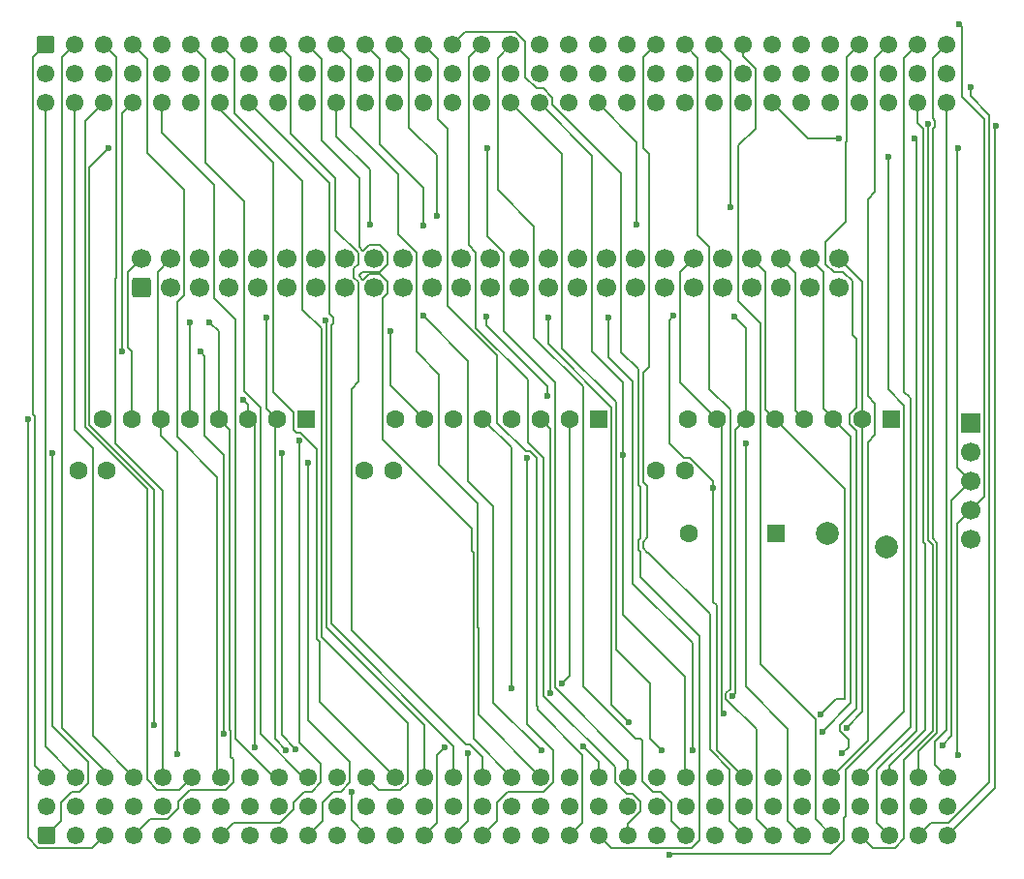
<source format=gbr>
%TF.GenerationSoftware,KiCad,Pcbnew,9.0.6*%
%TF.CreationDate,2025-12-23T22:05:24+01:00*%
%TF.ProjectId,MVME712M_P2_Adapter,4d564d45-3731-4324-9d5f-50325f416461,rev?*%
%TF.SameCoordinates,Original*%
%TF.FileFunction,Copper,L4,Bot*%
%TF.FilePolarity,Positive*%
%FSLAX46Y46*%
G04 Gerber Fmt 4.6, Leading zero omitted, Abs format (unit mm)*
G04 Created by KiCad (PCBNEW 9.0.6) date 2025-12-23 22:05:24*
%MOMM*%
%LPD*%
G01*
G04 APERTURE LIST*
G04 Aperture macros list*
%AMRoundRect*
0 Rectangle with rounded corners*
0 $1 Rounding radius*
0 $2 $3 $4 $5 $6 $7 $8 $9 X,Y pos of 4 corners*
0 Add a 4 corners polygon primitive as box body*
4,1,4,$2,$3,$4,$5,$6,$7,$8,$9,$2,$3,0*
0 Add four circle primitives for the rounded corners*
1,1,$1+$1,$2,$3*
1,1,$1+$1,$4,$5*
1,1,$1+$1,$6,$7*
1,1,$1+$1,$8,$9*
0 Add four rect primitives between the rounded corners*
20,1,$1+$1,$2,$3,$4,$5,0*
20,1,$1+$1,$4,$5,$6,$7,0*
20,1,$1+$1,$6,$7,$8,$9,0*
20,1,$1+$1,$8,$9,$2,$3,0*%
G04 Aperture macros list end*
%TA.AperFunction,ComponentPad*%
%ADD10RoundRect,0.250000X0.600000X-0.600000X0.600000X0.600000X-0.600000X0.600000X-0.600000X-0.600000X0*%
%TD*%
%TA.AperFunction,ComponentPad*%
%ADD11C,1.700000*%
%TD*%
%TA.AperFunction,ComponentPad*%
%ADD12C,2.010000*%
%TD*%
%TA.AperFunction,ComponentPad*%
%ADD13C,1.600000*%
%TD*%
%TA.AperFunction,ComponentPad*%
%ADD14R,1.600000X1.600000*%
%TD*%
%TA.AperFunction,ComponentPad*%
%ADD15R,1.700000X1.700000*%
%TD*%
%TA.AperFunction,ComponentPad*%
%ADD16RoundRect,0.250000X0.550000X0.550000X-0.550000X0.550000X-0.550000X-0.550000X0.550000X-0.550000X0*%
%TD*%
%TA.AperFunction,ComponentPad*%
%ADD17RoundRect,0.249999X-0.525001X-0.525001X0.525001X-0.525001X0.525001X0.525001X-0.525001X0.525001X0*%
%TD*%
%TA.AperFunction,ComponentPad*%
%ADD18C,1.550000*%
%TD*%
%TA.AperFunction,ComponentPad*%
%ADD19RoundRect,0.249999X-0.525001X0.525001X-0.525001X-0.525001X0.525001X-0.525001X0.525001X0.525001X0*%
%TD*%
%TA.AperFunction,ViaPad*%
%ADD20C,0.600000*%
%TD*%
%TA.AperFunction,Conductor*%
%ADD21C,0.200000*%
%TD*%
G04 APERTURE END LIST*
D10*
%TO.P,J3,1,Pin_1*%
%TO.N,GND*%
X54040000Y-60500000D03*
D11*
%TO.P,J3,2,Pin_2*%
%TO.N,DB0*%
X54040000Y-57960000D03*
%TO.P,J3,3,Pin_3*%
%TO.N,GND*%
X56580000Y-60500000D03*
%TO.P,J3,4,Pin_4*%
%TO.N,DB1*%
X56580000Y-57960000D03*
%TO.P,J3,5,Pin_5*%
%TO.N,GND*%
X59120000Y-60500000D03*
%TO.P,J3,6,Pin_6*%
%TO.N,DB2*%
X59120000Y-57960000D03*
%TO.P,J3,7,Pin_7*%
%TO.N,GND*%
X61660000Y-60500000D03*
%TO.P,J3,8,Pin_8*%
%TO.N,DB3*%
X61660000Y-57960000D03*
%TO.P,J3,9,Pin_9*%
%TO.N,GND*%
X64200000Y-60500000D03*
%TO.P,J3,10,Pin_10*%
%TO.N,DB4*%
X64200000Y-57960000D03*
%TO.P,J3,11,Pin_11*%
%TO.N,GND*%
X66740000Y-60500000D03*
%TO.P,J3,12,Pin_12*%
%TO.N,DB5*%
X66740000Y-57960000D03*
%TO.P,J3,13,Pin_13*%
%TO.N,GND*%
X69280000Y-60500000D03*
%TO.P,J3,14,Pin_14*%
%TO.N,DB6*%
X69280000Y-57960000D03*
%TO.P,J3,15,Pin_15*%
%TO.N,GND*%
X71820000Y-60500000D03*
%TO.P,J3,16,Pin_16*%
%TO.N,DB7*%
X71820000Y-57960000D03*
%TO.P,J3,17,Pin_17*%
%TO.N,GND*%
X74360000Y-60500000D03*
%TO.P,J3,18,Pin_18*%
%TO.N,DBP*%
X74360000Y-57960000D03*
%TO.P,J3,19,Pin_19*%
%TO.N,GND*%
X76900000Y-60500000D03*
%TO.P,J3,20,Pin_20*%
X76900000Y-57960000D03*
%TO.P,J3,21,Pin_21*%
X79440000Y-60500000D03*
%TO.P,J3,22,Pin_22*%
X79440000Y-57960000D03*
%TO.P,J3,23,Pin_23*%
X81980000Y-60500000D03*
%TO.P,J3,24,Pin_24*%
X81980000Y-57960000D03*
%TO.P,J3,25,Pin_25*%
%TO.N,unconnected-(J3-Pin_25-Pad25)*%
X84520000Y-60500000D03*
%TO.P,J3,26,Pin_26*%
%TO.N,TERMPWR*%
X84520000Y-57960000D03*
%TO.P,J3,27,Pin_27*%
%TO.N,GND*%
X87060000Y-60500000D03*
%TO.P,J3,28,Pin_28*%
X87060000Y-57960000D03*
%TO.P,J3,29,Pin_29*%
X89600000Y-60500000D03*
%TO.P,J3,30,Pin_30*%
X89600000Y-57960000D03*
%TO.P,J3,31,Pin_31*%
X92140000Y-60500000D03*
%TO.P,J3,32,Pin_32*%
%TO.N,ATN*%
X92140000Y-57960000D03*
%TO.P,J3,33,Pin_33*%
%TO.N,GND*%
X94680000Y-60500000D03*
%TO.P,J3,34,Pin_34*%
X94680000Y-57960000D03*
%TO.P,J3,35,Pin_35*%
X97220000Y-60500000D03*
%TO.P,J3,36,Pin_36*%
%TO.N,BSY*%
X97220000Y-57960000D03*
%TO.P,J3,37,Pin_37*%
%TO.N,GND*%
X99760000Y-60500000D03*
%TO.P,J3,38,Pin_38*%
%TO.N,ACK*%
X99760000Y-57960000D03*
%TO.P,J3,39,Pin_39*%
%TO.N,GND*%
X102300000Y-60500000D03*
%TO.P,J3,40,Pin_40*%
%TO.N,RST*%
X102300000Y-57960000D03*
%TO.P,J3,41,Pin_41*%
%TO.N,GND*%
X104840000Y-60500000D03*
%TO.P,J3,42,Pin_42*%
%TO.N,MSG*%
X104840000Y-57960000D03*
%TO.P,J3,43,Pin_43*%
%TO.N,GND*%
X107380000Y-60500000D03*
%TO.P,J3,44,Pin_44*%
%TO.N,SEL*%
X107380000Y-57960000D03*
%TO.P,J3,45,Pin_45*%
%TO.N,GND*%
X109920000Y-60500000D03*
%TO.P,J3,46,Pin_46*%
%TO.N,D{slash}C*%
X109920000Y-57960000D03*
%TO.P,J3,47,Pin_47*%
%TO.N,GND*%
X112460000Y-60500000D03*
%TO.P,J3,48,Pin_48*%
%TO.N,REQ*%
X112460000Y-57960000D03*
%TO.P,J3,49,Pin_49*%
%TO.N,GND*%
X115000000Y-60500000D03*
%TO.P,J3,50,Pin_50*%
%TO.N,O{slash}I*%
X115000000Y-57960000D03*
%TD*%
D12*
%TO.P,F1,1*%
%TO.N,DPWR*%
X114000000Y-82000000D03*
%TO.P,F1,2*%
%TO.N,TERMPWR*%
X119100000Y-83200000D03*
%TD*%
D13*
%TO.P,C2,1*%
%TO.N,DPWR*%
X76000000Y-76500000D03*
%TO.P,C2,2*%
%TO.N,GND*%
X73500000Y-76500000D03*
%TD*%
D14*
%TO.P,RN2,1,COM1*%
%TO.N,GND*%
X93987000Y-72000000D03*
D13*
%TO.P,RN2,2,R1*%
%TO.N,ACK*%
X91447000Y-72000000D03*
%TO.P,RN2,3,R2*%
%TO.N,BSY*%
X88907000Y-72000000D03*
%TO.P,RN2,4,R3*%
%TO.N,ATN*%
X86367000Y-72000000D03*
%TO.P,RN2,5,R4*%
%TO.N,DBP*%
X83827000Y-72000000D03*
%TO.P,RN2,6,R5*%
%TO.N,DB7*%
X81287000Y-72000000D03*
%TO.P,RN2,7,R6*%
%TO.N,DB6*%
X78747000Y-72000000D03*
%TO.P,RN2,8,COM2*%
%TO.N,DPWR*%
X76207000Y-72000000D03*
%TD*%
%TO.P,C1,1*%
%TO.N,DPWR*%
X51000000Y-76500000D03*
%TO.P,C1,2*%
%TO.N,GND*%
X48500000Y-76500000D03*
%TD*%
%TO.P,C3,1*%
%TO.N,DPWR*%
X101500000Y-76500000D03*
%TO.P,C3,2*%
%TO.N,GND*%
X99000000Y-76500000D03*
%TD*%
D15*
%TO.P,J1,1,Pin_1*%
%TO.N,GND*%
X126500000Y-72340000D03*
D11*
%TO.P,J1,2,Pin_2*%
%TO.N,TXD1*%
X126500000Y-74880000D03*
%TO.P,J1,3,Pin_3*%
%TO.N,RXD1*%
X126500000Y-77420000D03*
%TO.P,J1,4,Pin_4*%
%TO.N,CTS1*%
X126500000Y-79960000D03*
%TO.P,J1,5,Pin_5*%
%TO.N,RTS1*%
X126500000Y-82500000D03*
%TD*%
D14*
%TO.P,RN1,1,COM1*%
%TO.N,GND*%
X119577000Y-72000000D03*
D13*
%TO.P,RN1,2,R1*%
%TO.N,O{slash}I*%
X117037000Y-72000000D03*
%TO.P,RN1,3,R2*%
%TO.N,REQ*%
X114497000Y-72000000D03*
%TO.P,RN1,4,R3*%
%TO.N,D{slash}C*%
X111957000Y-72000000D03*
%TO.P,RN1,5,R4*%
%TO.N,SEL*%
X109417000Y-72000000D03*
%TO.P,RN1,6,R5*%
%TO.N,MSG*%
X106877000Y-72000000D03*
%TO.P,RN1,7,R6*%
%TO.N,RST*%
X104337000Y-72000000D03*
%TO.P,RN1,8,COM2*%
%TO.N,DPWR*%
X101797000Y-72000000D03*
%TD*%
D14*
%TO.P,RN3,1,COM1*%
%TO.N,GND*%
X68397000Y-72000000D03*
D13*
%TO.P,RN3,2,R1*%
%TO.N,DB5*%
X65857000Y-72000000D03*
%TO.P,RN3,3,R2*%
%TO.N,DB4*%
X63317000Y-72000000D03*
%TO.P,RN3,4,R3*%
%TO.N,DB3*%
X60777000Y-72000000D03*
%TO.P,RN3,5,R4*%
%TO.N,DB2*%
X58237000Y-72000000D03*
%TO.P,RN3,6,R5*%
%TO.N,DB1*%
X55697000Y-72000000D03*
%TO.P,RN3,7,R6*%
%TO.N,DB0*%
X53157000Y-72000000D03*
%TO.P,RN3,8,COM2*%
%TO.N,DPWR*%
X50617000Y-72000000D03*
%TD*%
D16*
%TO.P,D1,1,K*%
%TO.N,DPWR*%
X109500000Y-82000000D03*
D13*
%TO.P,D1,2,A*%
%TO.N,VCC*%
X101880000Y-82000000D03*
%TD*%
D17*
%TO.P,P2,a1,Pin_a1*%
%TO.N,DB0*%
X45727000Y-108396000D03*
D18*
%TO.P,P2,a2,Pin_a2*%
%TO.N,DB1*%
X48267000Y-108396000D03*
%TO.P,P2,a3,Pin_a3*%
%TO.N,DB2*%
X50807000Y-108396000D03*
%TO.P,P2,a4,Pin_a4*%
%TO.N,DB3*%
X53347000Y-108396000D03*
%TO.P,P2,a5,Pin_a5*%
%TO.N,DB4*%
X55887000Y-108396000D03*
%TO.P,P2,a6,Pin_a6*%
%TO.N,DB5*%
X58427000Y-108396000D03*
%TO.P,P2,a7,Pin_a7*%
%TO.N,DB6*%
X60967000Y-108396000D03*
%TO.P,P2,a8,Pin_a8*%
%TO.N,DB7*%
X63507000Y-108396000D03*
%TO.P,P2,a9,Pin_a9*%
%TO.N,DBP*%
X66047000Y-108396000D03*
%TO.P,P2,a10,Pin_a10*%
%TO.N,ATN*%
X68587000Y-108396000D03*
%TO.P,P2,a11,Pin_a11*%
%TO.N,BSY*%
X71127000Y-108396000D03*
%TO.P,P2,a12,Pin_a12*%
%TO.N,ACK*%
X73667000Y-108396000D03*
%TO.P,P2,a13,Pin_a13*%
%TO.N,RST*%
X76207000Y-108396000D03*
%TO.P,P2,a14,Pin_a14*%
%TO.N,MSG*%
X78747000Y-108396000D03*
%TO.P,P2,a15,Pin_a15*%
%TO.N,SEL*%
X81287000Y-108396000D03*
%TO.P,P2,a16,Pin_a16*%
%TO.N,D{slash}C*%
X83827000Y-108396000D03*
%TO.P,P2,a17,Pin_a17*%
%TO.N,REQ*%
X86367000Y-108396000D03*
%TO.P,P2,a18,Pin_a18*%
%TO.N,O{slash}I*%
X88907000Y-108396000D03*
%TO.P,P2,a19,Pin_a19*%
%TO.N,TXD3*%
X91447000Y-108396000D03*
%TO.P,P2,a20,Pin_a20*%
%TO.N,RXD3*%
X93987000Y-108396000D03*
%TO.P,P2,a21,Pin_a21*%
%TO.N,RTS3*%
X96527000Y-108396000D03*
%TO.P,P2,a22,Pin_a22*%
%TO.N,CTS3*%
X99067000Y-108396000D03*
%TO.P,P2,a23,Pin_a23*%
%TO.N,DTR3*%
X101607000Y-108396000D03*
%TO.P,P2,a24,Pin_a24*%
%TO.N,DCD3*%
X104147000Y-108396000D03*
%TO.P,P2,a25,Pin_a25*%
%TO.N,TXD4*%
X106687000Y-108396000D03*
%TO.P,P2,a26,Pin_a26*%
%TO.N,RXD4*%
X109227000Y-108396000D03*
%TO.P,P2,a27,Pin_a27*%
%TO.N,RTS4*%
X111767000Y-108396000D03*
%TO.P,P2,a28,Pin_a28*%
%TO.N,TRXC4*%
X114307000Y-108396000D03*
%TO.P,P2,a29,Pin_a29*%
%TO.N,CTS4*%
X116847000Y-108396000D03*
%TO.P,P2,a30,Pin_a30*%
%TO.N,DTR4*%
X119387000Y-108396000D03*
%TO.P,P2,a31,Pin_a31*%
%TO.N,DCD4*%
X121927000Y-108396000D03*
%TO.P,P2,a32,Pin_a32*%
%TO.N,RTXC4*%
X124467000Y-108396000D03*
%TO.P,P2,b1,Pin_b1*%
%TO.N,VCC*%
X45727000Y-105856000D03*
%TO.P,P2,b2,Pin_b2*%
%TO.N,GND*%
X48267000Y-105856000D03*
%TO.P,P2,b3,Pin_b3*%
%TO.N,unconnected-(P2B-Pin_b3-Padb3)*%
X50807000Y-105856000D03*
%TO.P,P2,b4,Pin_b4*%
%TO.N,unconnected-(P2B-Pin_b4-Padb4)*%
X53347000Y-105856000D03*
%TO.P,P2,b5,Pin_b5*%
%TO.N,unconnected-(P2B-Pin_b5-Padb5)*%
X55887000Y-105856000D03*
%TO.P,P2,b6,Pin_b6*%
%TO.N,unconnected-(P2B-Pin_b6-Padb6)*%
X58427000Y-105856000D03*
%TO.P,P2,b7,Pin_b7*%
%TO.N,unconnected-(P2B-Pin_b7-Padb7)*%
X60967000Y-105856000D03*
%TO.P,P2,b8,Pin_b8*%
%TO.N,unconnected-(P2B-Pin_b8-Padb8)*%
X63507000Y-105856000D03*
%TO.P,P2,b9,Pin_b9*%
%TO.N,unconnected-(P2B-Pin_b9-Padb9)*%
X66047000Y-105856000D03*
%TO.P,P2,b10,Pin_b10*%
%TO.N,unconnected-(P2B-Pin_b10-Padb10)*%
X68587000Y-105856000D03*
%TO.P,P2,b11,Pin_b11*%
%TO.N,unconnected-(P2B-Pin_b11-Padb11)*%
X71127000Y-105856000D03*
%TO.P,P2,b12,Pin_b12*%
%TO.N,GND*%
X73667000Y-105856000D03*
%TO.P,P2,b13,Pin_b13*%
%TO.N,VCC*%
X76207000Y-105856000D03*
%TO.P,P2,b14,Pin_b14*%
%TO.N,unconnected-(P2B-Pin_b14-Padb14)*%
X78747000Y-105856000D03*
%TO.P,P2,b15,Pin_b15*%
%TO.N,unconnected-(P2B-Pin_b15-Padb15)*%
X81287000Y-105856000D03*
%TO.P,P2,b16,Pin_b16*%
%TO.N,unconnected-(P2B-Pin_b16-Padb16)*%
X83827000Y-105856000D03*
%TO.P,P2,b17,Pin_b17*%
%TO.N,unconnected-(P2B-Pin_b17-Padb17)*%
X86367000Y-105856000D03*
%TO.P,P2,b18,Pin_b18*%
%TO.N,unconnected-(P2B-Pin_b18-Padb18)*%
X88907000Y-105856000D03*
%TO.P,P2,b19,Pin_b19*%
%TO.N,unconnected-(P2B-Pin_b19-Padb19)*%
X91447000Y-105856000D03*
%TO.P,P2,b20,Pin_b20*%
%TO.N,unconnected-(P2B-Pin_b20-Padb20)*%
X93987000Y-105856000D03*
%TO.P,P2,b21,Pin_b21*%
%TO.N,unconnected-(P2B-Pin_b21-Padb21)*%
X96527000Y-105856000D03*
%TO.P,P2,b22,Pin_b22*%
%TO.N,GND*%
X99067000Y-105856000D03*
%TO.P,P2,b23,Pin_b23*%
%TO.N,unconnected-(P2B-Pin_b23-Padb23)*%
X101607000Y-105856000D03*
%TO.P,P2,b24,Pin_b24*%
%TO.N,unconnected-(P2B-Pin_b24-Padb24)*%
X104147000Y-105856000D03*
%TO.P,P2,b25,Pin_b25*%
%TO.N,unconnected-(P2B-Pin_b25-Padb25)*%
X106687000Y-105856000D03*
%TO.P,P2,b26,Pin_b26*%
%TO.N,unconnected-(P2B-Pin_b26-Padb26)*%
X109227000Y-105856000D03*
%TO.P,P2,b27,Pin_b27*%
%TO.N,unconnected-(P2B-Pin_b27-Padb27)*%
X111767000Y-105856000D03*
%TO.P,P2,b28,Pin_b28*%
%TO.N,unconnected-(P2B-Pin_b28-Padb28)*%
X114307000Y-105856000D03*
%TO.P,P2,b29,Pin_b29*%
%TO.N,unconnected-(P2B-Pin_b29-Padb29)*%
X116847000Y-105856000D03*
%TO.P,P2,b30,Pin_b30*%
%TO.N,unconnected-(P2B-Pin_b30-Padb30)*%
X119387000Y-105856000D03*
%TO.P,P2,b31,Pin_b31*%
%TO.N,GND*%
X121927000Y-105856000D03*
%TO.P,P2,b32,Pin_b32*%
%TO.N,VCC*%
X124467000Y-105856000D03*
%TO.P,P2,c1,Pin_c1*%
%TO.N,C-*%
X45727000Y-103316000D03*
%TO.P,P2,c2,Pin_c2*%
%TO.N,C+*%
X48267000Y-103316000D03*
%TO.P,P2,c3,Pin_c3*%
%TO.N,T-*%
X50807000Y-103316000D03*
%TO.P,P2,c4,Pin_c4*%
%TO.N,T+*%
X53347000Y-103316000D03*
%TO.P,P2,c5,Pin_c5*%
%TO.N,R-*%
X55887000Y-103316000D03*
%TO.P,P2,c6,Pin_c6*%
%TO.N,R+*%
X58427000Y-103316000D03*
%TO.P,P2,c7,Pin_c7*%
%TO.N,+12VF*%
X60967000Y-103316000D03*
%TO.P,P2,c8,Pin_c8*%
%TO.N,PRSTB*%
X63507000Y-103316000D03*
%TO.P,P2,c9,Pin_c9*%
%TO.N,PRD0*%
X66047000Y-103316000D03*
%TO.P,P2,c10,Pin_c10*%
%TO.N,PRD1*%
X68587000Y-103316000D03*
%TO.P,P2,c11,Pin_c11*%
%TO.N,PRD2*%
X71127000Y-103316000D03*
%TO.P,P2,c12,Pin_c12*%
%TO.N,PRD3*%
X73667000Y-103316000D03*
%TO.P,P2,c13,Pin_c13*%
%TO.N,PRD4*%
X76207000Y-103316000D03*
%TO.P,P2,c14,Pin_c14*%
%TO.N,PRD5*%
X78747000Y-103316000D03*
%TO.P,P2,c15,Pin_c15*%
%TO.N,PRD6*%
X81287000Y-103316000D03*
%TO.P,P2,c16,Pin_c16*%
%TO.N,PRD7*%
X83827000Y-103316000D03*
%TO.P,P2,c17,Pin_c17*%
%TO.N,PRACK*%
X86367000Y-103316000D03*
%TO.P,P2,c18,Pin_c18*%
%TO.N,PRBSY*%
X88907000Y-103316000D03*
%TO.P,P2,c19,Pin_c19*%
%TO.N,PRPE*%
X91447000Y-103316000D03*
%TO.P,P2,c20,Pin_c20*%
%TO.N,PRSEL*%
X93987000Y-103316000D03*
%TO.P,P2,c21,Pin_c21*%
%TO.N,INPRIME*%
X96527000Y-103316000D03*
%TO.P,P2,c22,Pin_c22*%
%TO.N,PRFAULT*%
X99067000Y-103316000D03*
%TO.P,P2,c23,Pin_c23*%
%TO.N,TXD1*%
X101607000Y-103316000D03*
%TO.P,P2,c24,Pin_c24*%
%TO.N,RXD1*%
X104147000Y-103316000D03*
%TO.P,P2,c25,Pin_c25*%
%TO.N,RTS1*%
X106687000Y-103316000D03*
%TO.P,P2,c26,Pin_c26*%
%TO.N,CTS1*%
X109227000Y-103316000D03*
%TO.P,P2,c27,Pin_c27*%
%TO.N,TXD2*%
X111767000Y-103316000D03*
%TO.P,P2,c28,Pin_c28*%
%TO.N,RXD2*%
X114307000Y-103316000D03*
%TO.P,P2,c29,Pin_c29*%
%TO.N,RTS2*%
X116847000Y-103316000D03*
%TO.P,P2,c30,Pin_c30*%
%TO.N,CTS2*%
X119387000Y-103316000D03*
%TO.P,P2,c31,Pin_c31*%
%TO.N,DTR2*%
X121927000Y-103316000D03*
%TO.P,P2,c32,Pin_c32*%
%TO.N,DCD2*%
X124467000Y-103316000D03*
%TD*%
D19*
%TO.P,J2,a1,Pin_a1*%
%TO.N,C-*%
X45630000Y-39260000D03*
D18*
%TO.P,J2,a2,Pin_a2*%
%TO.N,T-*%
X48170000Y-39260000D03*
%TO.P,J2,a3,Pin_a3*%
%TO.N,R-*%
X50710000Y-39260000D03*
%TO.P,J2,a4,Pin_a4*%
%TO.N,+12VF*%
X53250000Y-39260000D03*
%TO.P,J2,a5,Pin_a5*%
%TO.N,GND*%
X55790000Y-39260000D03*
%TO.P,J2,a6,Pin_a6*%
%TO.N,PRD1*%
X58330000Y-39260000D03*
%TO.P,J2,a7,Pin_a7*%
%TO.N,PRD3*%
X60870000Y-39260000D03*
%TO.P,J2,a8,Pin_a8*%
%TO.N,PRD5*%
X63410000Y-39260000D03*
%TO.P,J2,a9,Pin_a9*%
%TO.N,PRD7*%
X65950000Y-39260000D03*
%TO.P,J2,a10,Pin_a10*%
%TO.N,PRACK*%
X68490000Y-39260000D03*
%TO.P,J2,a11,Pin_a11*%
%TO.N,PRBSY*%
X71030000Y-39260000D03*
%TO.P,J2,a12,Pin_a12*%
%TO.N,PRSEL*%
X73570000Y-39260000D03*
%TO.P,J2,a13,Pin_a13*%
%TO.N,PRFAULT*%
X76110000Y-39260000D03*
%TO.P,J2,a14,Pin_a14*%
%TO.N,TXD3*%
X78650000Y-39260000D03*
%TO.P,J2,a15,Pin_a15*%
%TO.N,RXD3*%
X81190000Y-39260000D03*
%TO.P,J2,a16,Pin_a16*%
%TO.N,RTS3*%
X83730000Y-39260000D03*
%TO.P,J2,a17,Pin_a17*%
%TO.N,DTR3*%
X86270000Y-39260000D03*
%TO.P,J2,a18,Pin_a18*%
%TO.N,GND*%
X88810000Y-39260000D03*
%TO.P,J2,a19,Pin_a19*%
X91350000Y-39260000D03*
%TO.P,J2,a20,Pin_a20*%
X93890000Y-39260000D03*
%TO.P,J2,a21,Pin_a21*%
%TO.N,CTS1*%
X96430000Y-39260000D03*
%TO.P,J2,a22,Pin_a22*%
%TO.N,TXD4*%
X98970000Y-39260000D03*
%TO.P,J2,a23,Pin_a23*%
%TO.N,RXD4*%
X101510000Y-39260000D03*
%TO.P,J2,a24,Pin_a24*%
%TO.N,RTS4*%
X104050000Y-39260000D03*
%TO.P,J2,a25,Pin_a25*%
%TO.N,TRXC4*%
X106590000Y-39260000D03*
%TO.P,J2,a26,Pin_a26*%
%TO.N,CTS4*%
X109130000Y-39260000D03*
%TO.P,J2,a27,Pin_a27*%
%TO.N,DCD4*%
X111670000Y-39260000D03*
%TO.P,J2,a28,Pin_a28*%
%TO.N,RTXC4*%
X114210000Y-39260000D03*
%TO.P,J2,a29,Pin_a29*%
%TO.N,TXD2*%
X116750000Y-39260000D03*
%TO.P,J2,a30,Pin_a30*%
%TO.N,RXD2*%
X119290000Y-39260000D03*
%TO.P,J2,a31,Pin_a31*%
%TO.N,RTS2*%
X121830000Y-39260000D03*
%TO.P,J2,a32,Pin_a32*%
%TO.N,DTR2*%
X124370000Y-39260000D03*
%TO.P,J2,b1,Pin_b1*%
%TO.N,unconnected-(J2B-Pin_b1-Padb1)*%
X45630000Y-41800000D03*
%TO.P,J2,b2,Pin_b2*%
%TO.N,unconnected-(J2B-Pin_b2-Padb2)*%
X48170000Y-41800000D03*
%TO.P,J2,b3,Pin_b3*%
%TO.N,unconnected-(J2B-Pin_b3-Padb3)*%
X50710000Y-41800000D03*
%TO.P,J2,b4,Pin_b4*%
%TO.N,unconnected-(J2B-Pin_b4-Padb4)*%
X53250000Y-41800000D03*
%TO.P,J2,b5,Pin_b5*%
%TO.N,unconnected-(J2B-Pin_b5-Padb5)*%
X55790000Y-41800000D03*
%TO.P,J2,b6,Pin_b6*%
%TO.N,unconnected-(J2B-Pin_b6-Padb6)*%
X58330000Y-41800000D03*
%TO.P,J2,b7,Pin_b7*%
%TO.N,unconnected-(J2B-Pin_b7-Padb7)*%
X60870000Y-41800000D03*
%TO.P,J2,b8,Pin_b8*%
%TO.N,unconnected-(J2B-Pin_b8-Padb8)*%
X63410000Y-41800000D03*
%TO.P,J2,b9,Pin_b9*%
%TO.N,unconnected-(J2B-Pin_b9-Padb9)*%
X65950000Y-41800000D03*
%TO.P,J2,b10,Pin_b10*%
%TO.N,unconnected-(J2B-Pin_b10-Padb10)*%
X68490000Y-41800000D03*
%TO.P,J2,b11,Pin_b11*%
%TO.N,unconnected-(J2B-Pin_b11-Padb11)*%
X71030000Y-41800000D03*
%TO.P,J2,b12,Pin_b12*%
%TO.N,unconnected-(J2B-Pin_b12-Padb12)*%
X73570000Y-41800000D03*
%TO.P,J2,b13,Pin_b13*%
%TO.N,unconnected-(J2B-Pin_b13-Padb13)*%
X76110000Y-41800000D03*
%TO.P,J2,b14,Pin_b14*%
%TO.N,unconnected-(J2B-Pin_b14-Padb14)*%
X78650000Y-41800000D03*
%TO.P,J2,b15,Pin_b15*%
%TO.N,unconnected-(J2B-Pin_b15-Padb15)*%
X81190000Y-41800000D03*
%TO.P,J2,b16,Pin_b16*%
%TO.N,unconnected-(J2B-Pin_b16-Padb16)*%
X83730000Y-41800000D03*
%TO.P,J2,b17,Pin_b17*%
%TO.N,unconnected-(J2B-Pin_b17-Padb17)*%
X86270000Y-41800000D03*
%TO.P,J2,b18,Pin_b18*%
%TO.N,unconnected-(J2B-Pin_b18-Padb18)*%
X88810000Y-41800000D03*
%TO.P,J2,b19,Pin_b19*%
%TO.N,unconnected-(J2B-Pin_b19-Padb19)*%
X91350000Y-41800000D03*
%TO.P,J2,b20,Pin_b20*%
%TO.N,unconnected-(J2B-Pin_b20-Padb20)*%
X93890000Y-41800000D03*
%TO.P,J2,b21,Pin_b21*%
%TO.N,unconnected-(J2B-Pin_b21-Padb21)*%
X96430000Y-41800000D03*
%TO.P,J2,b22,Pin_b22*%
%TO.N,unconnected-(J2B-Pin_b22-Padb22)*%
X98970000Y-41800000D03*
%TO.P,J2,b23,Pin_b23*%
%TO.N,unconnected-(J2B-Pin_b23-Padb23)*%
X101510000Y-41800000D03*
%TO.P,J2,b24,Pin_b24*%
%TO.N,unconnected-(J2B-Pin_b24-Padb24)*%
X104050000Y-41800000D03*
%TO.P,J2,b25,Pin_b25*%
%TO.N,unconnected-(J2B-Pin_b25-Padb25)*%
X106590000Y-41800000D03*
%TO.P,J2,b26,Pin_b26*%
%TO.N,unconnected-(J2B-Pin_b26-Padb26)*%
X109130000Y-41800000D03*
%TO.P,J2,b27,Pin_b27*%
%TO.N,unconnected-(J2B-Pin_b27-Padb27)*%
X111670000Y-41800000D03*
%TO.P,J2,b28,Pin_b28*%
%TO.N,unconnected-(J2B-Pin_b28-Padb28)*%
X114210000Y-41800000D03*
%TO.P,J2,b29,Pin_b29*%
%TO.N,unconnected-(J2B-Pin_b29-Padb29)*%
X116750000Y-41800000D03*
%TO.P,J2,b30,Pin_b30*%
%TO.N,unconnected-(J2B-Pin_b30-Padb30)*%
X119290000Y-41800000D03*
%TO.P,J2,b31,Pin_b31*%
%TO.N,unconnected-(J2B-Pin_b31-Padb31)*%
X121830000Y-41800000D03*
%TO.P,J2,b32,Pin_b32*%
%TO.N,unconnected-(J2B-Pin_b32-Padb32)*%
X124370000Y-41800000D03*
%TO.P,J2,c1,Pin_c1*%
%TO.N,C+*%
X45630000Y-44340000D03*
%TO.P,J2,c2,Pin_c2*%
%TO.N,T+*%
X48170000Y-44340000D03*
%TO.P,J2,c3,Pin_c3*%
%TO.N,R+*%
X50710000Y-44340000D03*
%TO.P,J2,c4,Pin_c4*%
%TO.N,PRSTB*%
X53250000Y-44340000D03*
%TO.P,J2,c5,Pin_c5*%
%TO.N,PRD0*%
X55790000Y-44340000D03*
%TO.P,J2,c6,Pin_c6*%
%TO.N,PRD2*%
X58330000Y-44340000D03*
%TO.P,J2,c7,Pin_c7*%
%TO.N,PRD4*%
X60870000Y-44340000D03*
%TO.P,J2,c8,Pin_c8*%
%TO.N,PRD6*%
X63410000Y-44340000D03*
%TO.P,J2,c9,Pin_c9*%
%TO.N,GND*%
X65950000Y-44340000D03*
%TO.P,J2,c10,Pin_c10*%
X68490000Y-44340000D03*
%TO.P,J2,c11,Pin_c11*%
%TO.N,PRPE*%
X71030000Y-44340000D03*
%TO.P,J2,c12,Pin_c12*%
%TO.N,INPRIME*%
X73570000Y-44340000D03*
%TO.P,J2,c13,Pin_c13*%
%TO.N,GND*%
X76110000Y-44340000D03*
%TO.P,J2,c14,Pin_c14*%
X78650000Y-44340000D03*
%TO.P,J2,c15,Pin_c15*%
X81190000Y-44340000D03*
%TO.P,J2,c16,Pin_c16*%
%TO.N,CTS3*%
X83730000Y-44340000D03*
%TO.P,J2,c17,Pin_c17*%
%TO.N,DCD3*%
X86270000Y-44340000D03*
%TO.P,J2,c18,Pin_c18*%
%TO.N,TXD1*%
X88810000Y-44340000D03*
%TO.P,J2,c19,Pin_c19*%
%TO.N,RXD1*%
X91350000Y-44340000D03*
%TO.P,J2,c20,Pin_c20*%
%TO.N,RTS1*%
X93890000Y-44340000D03*
%TO.P,J2,c21,Pin_c21*%
%TO.N,GND*%
X96430000Y-44340000D03*
%TO.P,J2,c22,Pin_c22*%
X98970000Y-44340000D03*
%TO.P,J2,c23,Pin_c23*%
X101510000Y-44340000D03*
%TO.P,J2,c24,Pin_c24*%
X104050000Y-44340000D03*
%TO.P,J2,c25,Pin_c25*%
X106590000Y-44340000D03*
%TO.P,J2,c26,Pin_c26*%
%TO.N,DTR4*%
X109130000Y-44340000D03*
%TO.P,J2,c27,Pin_c27*%
%TO.N,GND*%
X111670000Y-44340000D03*
%TO.P,J2,c28,Pin_c28*%
X114210000Y-44340000D03*
%TO.P,J2,c29,Pin_c29*%
X116750000Y-44340000D03*
%TO.P,J2,c30,Pin_c30*%
X119290000Y-44340000D03*
%TO.P,J2,c31,Pin_c31*%
%TO.N,CTS2*%
X121830000Y-44340000D03*
%TO.P,J2,c32,Pin_c32*%
%TO.N,DCD2*%
X124370000Y-44340000D03*
%TD*%
D20*
%TO.N,TERMPWR*%
X89500000Y-70000000D03*
X84175400Y-63000000D03*
%TO.N,INPRIME*%
X84211100Y-48266000D03*
%TO.N,CTS3*%
X100179800Y-110092500D03*
X119306200Y-49058600D03*
%TO.N,DCD4*%
X126500000Y-43000000D03*
%TO.N,TXD2*%
X115250000Y-101250000D03*
%TO.N,RXD1*%
X125373500Y-48266000D03*
X124000000Y-100500000D03*
%TO.N,CTS1*%
X125500000Y-37500000D03*
X125397700Y-101394500D03*
%TO.N,RTS1*%
X104000000Y-78000000D03*
X100522500Y-62979700D03*
X97305000Y-55000000D03*
%TO.N,PRD5*%
X70130200Y-63369800D03*
%TO.N,DCD3*%
X99500000Y-101000000D03*
%TO.N,CTS4*%
X122770000Y-46164900D03*
%TO.N,RTXC4*%
X128719500Y-46365600D03*
%TO.N,PRFAULT*%
X79805200Y-54206800D03*
X102155300Y-101000000D03*
X94846000Y-63118000D03*
%TO.N,PRPE*%
X73974700Y-55000000D03*
X89000000Y-101000000D03*
X78629100Y-62974700D03*
%TO.N,DTR4*%
X115000000Y-47473400D03*
X121557400Y-47473400D03*
%TO.N,PRSEL*%
X96603100Y-98490200D03*
X78690200Y-55067700D03*
X92621900Y-100608300D03*
X89545600Y-63118000D03*
%TO.N,TXD1*%
X96092200Y-75108600D03*
%TO.N,PRD2*%
X55123400Y-98762800D03*
X51179000Y-48266000D03*
%TO.N,PRSTB*%
X61245500Y-99555400D03*
X59162700Y-66088400D03*
X52331300Y-66088400D03*
%TO.N,RTS4*%
X106830100Y-74147200D03*
X105500000Y-53500000D03*
%TO.N,DB3*%
X59948600Y-63500000D03*
%TO.N,ACK*%
X90729900Y-95126200D03*
X72357100Y-104642900D03*
%TO.N,MSG*%
X80509500Y-100673500D03*
X105862600Y-63000000D03*
X105702800Y-96208300D03*
%TO.N,DB7*%
X66323500Y-74999600D03*
X67514600Y-100835400D03*
%TO.N,ATN*%
X68582500Y-75792200D03*
%TO.N,DB1*%
X57110000Y-101272600D03*
%TO.N,DB2*%
X58237000Y-63500000D03*
X44086400Y-72029200D03*
%TO.N,O{slash}I*%
X115650000Y-99000000D03*
%TO.N,BSY*%
X89726400Y-95936800D03*
%TO.N,REQ*%
X113504900Y-99349500D03*
%TO.N,DBP*%
X86327100Y-95531500D03*
%TO.N,D{slash}C*%
X87706700Y-75435200D03*
%TO.N,DB5*%
X64910800Y-63118000D03*
X66644700Y-100921400D03*
%TO.N,DB6*%
X75790300Y-64318700D03*
X67811100Y-73900300D03*
%TO.N,DB0*%
X46209200Y-74999600D03*
%TO.N,RST*%
X104896700Y-97711700D03*
%TO.N,DB4*%
X62907300Y-70355100D03*
X63902000Y-100717000D03*
%TO.N,SEL*%
X113389100Y-97870200D03*
X82542838Y-101205051D03*
%TD*%
D21*
%TO.N,TERMPWR*%
X84175400Y-63000000D02*
X84175400Y-63800000D01*
X89500000Y-69124600D02*
X89500000Y-70000000D01*
X84175400Y-63800000D02*
X89500000Y-69124600D01*
%TO.N,PRD6*%
X70780200Y-63100561D02*
X70431700Y-62752061D01*
X81287000Y-100600100D02*
X70595100Y-89908200D01*
X70780200Y-63639039D02*
X70780200Y-63100561D01*
X70595100Y-89908200D02*
X70595100Y-63824139D01*
X81287000Y-103316000D02*
X81287000Y-100600100D01*
X70431700Y-51361700D02*
X63410000Y-44340000D01*
X70595100Y-63824139D02*
X70780200Y-63639039D01*
X70431700Y-62752061D02*
X70431700Y-51361700D01*
%TO.N,TRXC4*%
X106589900Y-40277400D02*
X106590000Y-40277400D01*
X107666000Y-41353500D02*
X106589900Y-40277400D01*
X106194700Y-61700200D02*
X106194700Y-48074200D01*
X107701200Y-42280894D02*
X107666000Y-42245694D01*
X108129800Y-63635300D02*
X106194700Y-61700200D01*
X114307000Y-108396000D02*
X112903200Y-106992200D01*
X112903200Y-106992200D02*
X112903200Y-98235200D01*
X108129800Y-93461800D02*
X108129800Y-63635300D01*
X106590000Y-40277400D02*
X106590000Y-39260000D01*
X107701200Y-46567700D02*
X107701200Y-42280894D01*
X112903200Y-98235200D02*
X108129800Y-93461800D01*
X107666000Y-42245694D02*
X107666000Y-41353500D01*
X106194700Y-48074200D02*
X107701200Y-46567700D01*
%TO.N,INPRIME*%
X90128100Y-68766400D02*
X85671700Y-64310000D01*
X96527000Y-103316000D02*
X96527000Y-101886500D01*
X85671700Y-57482900D02*
X84211100Y-56022300D01*
X85671700Y-64310000D02*
X85671700Y-57482900D01*
X96527000Y-101886500D02*
X90128100Y-95487600D01*
X90128100Y-95487600D02*
X90128100Y-68766400D01*
X84211100Y-56022300D02*
X84211100Y-48266000D01*
%TO.N,RTS3*%
X87768800Y-74076000D02*
X89124700Y-75431900D01*
X96973100Y-104779300D02*
X97603700Y-105409900D01*
X96527000Y-107378700D02*
X96527000Y-108396000D01*
X83250100Y-64008600D02*
X87768800Y-68527300D01*
X97603700Y-105409900D02*
X97603700Y-106302100D01*
X96527100Y-107378700D02*
X96527000Y-107378700D01*
X95382000Y-102443200D02*
X95382000Y-103746000D01*
X83250100Y-57405100D02*
X83250100Y-64008600D01*
X96415300Y-104779300D02*
X96973100Y-104779300D01*
X87768800Y-68527300D02*
X87768800Y-74076000D01*
X97603700Y-106302100D02*
X96527100Y-107378700D01*
X83730000Y-39260000D02*
X82645200Y-40344800D01*
X82645200Y-56800200D02*
X83250100Y-57405100D01*
X89124700Y-96185900D02*
X95382000Y-102443200D01*
X95382000Y-103746000D02*
X96415300Y-104779300D01*
X89124700Y-75431900D02*
X89124700Y-96185900D01*
X82645200Y-40344800D02*
X82645200Y-56800200D01*
%TO.N,CTS3*%
X100272300Y-110000000D02*
X114224694Y-110000000D01*
X115577000Y-106692600D02*
X115577000Y-102638500D01*
X114224694Y-110000000D02*
X115383000Y-108841694D01*
X120678700Y-97536800D02*
X120678700Y-70792900D01*
X120678700Y-70792900D02*
X119306200Y-69420400D01*
X115383000Y-108841694D02*
X115383000Y-106886600D01*
X119306200Y-69420400D02*
X119306200Y-49058600D01*
X115383000Y-106886600D02*
X115577000Y-106692600D01*
X115577000Y-102638500D02*
X120678700Y-97536800D01*
X100179800Y-110092500D02*
X100272300Y-110000000D01*
%TO.N,RXD2*%
X114307000Y-103316000D02*
X117500000Y-100123000D01*
X117500000Y-70000000D02*
X117500000Y-52795400D01*
X117500000Y-52795400D02*
X118146500Y-52148900D01*
X118146500Y-52148900D02*
X118146500Y-40403500D01*
X118138000Y-73362000D02*
X118138000Y-70638000D01*
X118146500Y-40403500D02*
X119290000Y-39260000D01*
X117500000Y-74000000D02*
X118138000Y-73362000D01*
X117500000Y-100123000D02*
X117500000Y-74000000D01*
X118138000Y-70638000D02*
X117500000Y-70000000D01*
%TO.N,DTR2*%
X123171700Y-82452300D02*
X123549500Y-82830100D01*
X123171700Y-82452300D02*
X123171700Y-46614100D01*
X121927000Y-101088076D02*
X123549500Y-99465576D01*
X123171700Y-46614100D02*
X123371700Y-46414100D01*
X121927000Y-103316000D02*
X121927000Y-101088076D01*
X123371700Y-45915700D02*
X123171600Y-45715600D01*
X123371700Y-46414100D02*
X123371700Y-45915700D01*
X123171600Y-45715600D02*
X123171600Y-40458400D01*
X123549500Y-99465576D02*
X123549500Y-82830100D01*
X123171600Y-40458400D02*
X124370000Y-39260000D01*
%TO.N,DCD4*%
X126500000Y-43000000D02*
X126500000Y-43764000D01*
X128119500Y-45383500D02*
X128119500Y-103728700D01*
X128119500Y-103728700D02*
X124552000Y-107296200D01*
X124552000Y-107296200D02*
X123026800Y-107296200D01*
X123026800Y-107296200D02*
X121927000Y-108396000D01*
X126500000Y-43764000D02*
X128119500Y-45383500D01*
%TO.N,R+*%
X50710000Y-44340000D02*
X49079400Y-45970600D01*
X49079400Y-45970600D02*
X49079400Y-72670800D01*
X54521700Y-103542800D02*
X55387200Y-104408300D01*
X57334700Y-104408300D02*
X58427000Y-103316000D01*
X49079400Y-72670800D02*
X54521700Y-78113100D01*
X55387200Y-104408300D02*
X57334700Y-104408300D01*
X54521700Y-78113100D02*
X54521700Y-103542800D01*
%TO.N,PRD4*%
X67295300Y-72925000D02*
X67295300Y-71402900D01*
X69353900Y-91251700D02*
X69353900Y-74592200D01*
X76207000Y-103316000D02*
X69592300Y-96701300D01*
X65550500Y-69658100D02*
X65550500Y-49564000D01*
X67295300Y-71402900D02*
X65550500Y-69658100D01*
X69353900Y-74592200D02*
X67923600Y-73161900D01*
X65550500Y-49564000D02*
X60870000Y-44883500D01*
X69353900Y-91251700D02*
X69592300Y-91490100D01*
X69592300Y-96701300D02*
X69592300Y-91490100D01*
X67923600Y-73161900D02*
X67532200Y-73161900D01*
X67532200Y-73161900D02*
X67295300Y-72925000D01*
%TO.N,DCD2*%
X123350000Y-102199000D02*
X124467000Y-103316000D01*
X124370000Y-44340000D02*
X124370000Y-99210761D01*
X123350000Y-100230761D02*
X123350000Y-102199000D01*
X124370000Y-99210761D02*
X123350000Y-100230761D01*
%TO.N,+12VF*%
X53250000Y-39260000D02*
X54520000Y-40530000D01*
X57125800Y-73550500D02*
X60643800Y-77068500D01*
X57744600Y-61178100D02*
X57125800Y-61796900D01*
X57744600Y-51917100D02*
X57744600Y-61178100D01*
X54520000Y-48692500D02*
X57744600Y-51917100D01*
X57125800Y-61796900D02*
X57125800Y-73550500D01*
X54520000Y-40530000D02*
X54520000Y-48692500D01*
X60643800Y-77068500D02*
X60643800Y-102992800D01*
%TO.N,PRD1*%
X58330000Y-39260000D02*
X59600000Y-40530000D01*
X59600000Y-40530000D02*
X59600000Y-49536500D01*
X64418700Y-71015600D02*
X64418700Y-99546200D01*
X62985300Y-69582200D02*
X64418700Y-71015600D01*
X62985300Y-52921800D02*
X62985300Y-69582200D01*
X64418700Y-99546200D02*
X68188500Y-103316000D01*
X59600000Y-49536500D02*
X62985300Y-52921800D01*
%TO.N,PRD0*%
X62215300Y-99106300D02*
X62215300Y-63276700D01*
X62248900Y-99916300D02*
X62248900Y-99139900D01*
X62215300Y-63276700D02*
X60390000Y-61451400D01*
X55790000Y-46908400D02*
X55790000Y-44340000D01*
X60390000Y-61451400D02*
X60390000Y-51508400D01*
X62248900Y-99139900D02*
X62215300Y-99106300D01*
X60390000Y-51508400D02*
X55790000Y-46908400D01*
X65648600Y-103316000D02*
X62248900Y-99916300D01*
%TO.N,TXD2*%
X116500000Y-64961000D02*
X116500000Y-70979950D01*
X115581000Y-54737300D02*
X113828500Y-56489800D01*
X116500000Y-73020050D02*
X116500000Y-97300057D01*
X115936000Y-72456050D02*
X116500000Y-73020050D01*
X115049000Y-98751057D02*
X115049000Y-99248943D01*
X116154500Y-59941000D02*
X116154500Y-64615500D01*
X116500000Y-70979950D02*
X115936000Y-71543950D01*
X116154500Y-64615500D02*
X116500000Y-64961000D01*
X115581000Y-47811639D02*
X115581000Y-54737300D01*
X115325200Y-59111700D02*
X116154500Y-59941000D01*
X115650000Y-47742639D02*
X115581000Y-47811639D01*
X113828500Y-56489800D02*
X113828500Y-58422500D01*
X116500000Y-97300057D02*
X115049000Y-98751057D01*
X116750000Y-39260000D02*
X115650000Y-40360000D01*
X115936000Y-71543950D02*
X115936000Y-72456050D01*
X115049000Y-99248943D02*
X115800057Y-100000000D01*
X115800057Y-100000000D02*
X115800057Y-100699943D01*
X113828500Y-58422500D02*
X114517700Y-59111700D01*
X114517700Y-59111700D02*
X115325200Y-59111700D01*
X115800057Y-100699943D02*
X115250000Y-101250000D01*
X115650000Y-40360000D02*
X115650000Y-47742639D01*
%TO.N,RXD1*%
X125303800Y-48335700D02*
X125303800Y-76223800D01*
X126500000Y-77420000D02*
X124780600Y-79139400D01*
X125373500Y-48266000D02*
X125303800Y-48335700D01*
X124780600Y-79139400D02*
X124780600Y-99719400D01*
X124780600Y-99719400D02*
X124000000Y-100500000D01*
X125303800Y-76223800D02*
X126500000Y-77420000D01*
X125274900Y-48266000D02*
X125373500Y-48266000D01*
%TO.N,TXD3*%
X88610500Y-97091300D02*
X88610500Y-97447700D01*
X88610500Y-97091300D02*
X88550300Y-97031100D01*
X85097000Y-66423600D02*
X85097000Y-72321900D01*
X79920000Y-40530000D02*
X79920000Y-45728900D01*
X80811900Y-62138500D02*
X85097000Y-66423600D01*
X87955000Y-74832300D02*
X88550300Y-75427600D01*
X87607400Y-74832300D02*
X87955000Y-74832300D01*
X92543900Y-101381100D02*
X92543900Y-107299100D01*
X88610500Y-97447700D02*
X92543900Y-101381100D01*
X88550300Y-75427600D02*
X88550300Y-97031100D01*
X79920000Y-45728900D02*
X80811900Y-46620800D01*
X85097000Y-72321900D02*
X87607400Y-74832300D01*
X92543900Y-107299100D02*
X91447000Y-108396000D01*
X78650000Y-39260000D02*
X79920000Y-40530000D01*
X80811900Y-46620800D02*
X80811900Y-62138500D01*
%TO.N,PRBSY*%
X83457000Y-97866000D02*
X88907000Y-103316000D01*
X76422900Y-55854100D02*
X78051700Y-57482900D01*
X72300000Y-46439600D02*
X76422800Y-50562400D01*
X76422800Y-50562400D02*
X76422800Y-55854100D01*
X80017000Y-68110300D02*
X80017000Y-75949300D01*
X72300000Y-40530000D02*
X72300000Y-46439600D01*
X78051700Y-57482900D02*
X78051700Y-62701300D01*
X83457000Y-90219700D02*
X83457000Y-97866000D01*
X76422800Y-55854100D02*
X76422900Y-55854100D01*
X78027400Y-66120700D02*
X80017000Y-68110300D01*
X80017000Y-75949300D02*
X83426800Y-79359100D01*
X83457000Y-90219700D02*
X83426800Y-90189500D01*
X78027400Y-62725600D02*
X78027400Y-66120700D01*
X83426800Y-79359100D02*
X83426800Y-90189500D01*
X78051700Y-62701300D02*
X78027400Y-62725600D01*
X71030000Y-39260000D02*
X72300000Y-40530000D01*
%TO.N,CTS1*%
X125702600Y-37702600D02*
X125702600Y-43817400D01*
X126500000Y-79960000D02*
X125322800Y-81137200D01*
X127679900Y-45794700D02*
X127679900Y-78780100D01*
X125322800Y-81137200D02*
X125322800Y-101319600D01*
X127679900Y-78780100D02*
X126500000Y-79960000D01*
X125702600Y-43817400D02*
X127679900Y-45794700D01*
X125322800Y-101319600D02*
X125397700Y-101394500D01*
X125500000Y-37500000D02*
X125702600Y-37702600D01*
%TO.N,RTS1*%
X101399000Y-75399000D02*
X101956050Y-75399000D01*
X104294900Y-100923900D02*
X104294900Y-88294900D01*
X100144500Y-74144500D02*
X101399000Y-75399000D01*
X97305000Y-47755000D02*
X97305000Y-55000000D01*
X100144500Y-63357700D02*
X100144500Y-74144500D01*
X100522500Y-62979700D02*
X100144500Y-63357700D01*
X104000000Y-88000000D02*
X104000000Y-78000000D01*
X104294900Y-88294900D02*
X104000000Y-88000000D01*
X104000000Y-77442950D02*
X104000000Y-78000000D01*
X101956050Y-75399000D02*
X104000000Y-77442950D01*
X106687000Y-103316000D02*
X104294900Y-100923900D01*
X93890000Y-44340000D02*
X97305000Y-47755000D01*
%TO.N,PRD5*%
X70168600Y-63408200D02*
X70130200Y-63369800D01*
X70168600Y-90223500D02*
X70168600Y-63408200D01*
X78747000Y-98801900D02*
X70168600Y-90223500D01*
X78747000Y-103316000D02*
X78747000Y-98801900D01*
%TO.N,PRD3*%
X69757100Y-91086900D02*
X77283700Y-98613500D01*
X74800200Y-104449200D02*
X73667000Y-103316000D01*
X62140000Y-40530000D02*
X62140000Y-45252900D01*
X62140000Y-45252900D02*
X68068600Y-51181500D01*
X60870000Y-39260000D02*
X62140000Y-40530000D01*
X68068600Y-51181500D02*
X68068600Y-62401400D01*
X76662900Y-104449200D02*
X74800200Y-104449200D01*
X77283700Y-98613500D02*
X77283700Y-103828400D01*
X77283700Y-103828400D02*
X76662900Y-104449200D01*
X68068600Y-62401400D02*
X69757100Y-64089900D01*
X69757100Y-64089900D02*
X69757100Y-91086900D01*
%TO.N,DCD3*%
X98431300Y-95128300D02*
X98431300Y-99931300D01*
X95490400Y-92187400D02*
X98431300Y-95128300D01*
X90761100Y-65789000D02*
X95490400Y-70518300D01*
X98431300Y-99931300D02*
X99500000Y-101000000D01*
X86270000Y-44340000D02*
X90761100Y-48831100D01*
X95490400Y-70518300D02*
X95490400Y-92187400D01*
X90761100Y-48831100D02*
X90761100Y-65789000D01*
%TO.N,RTS2*%
X120678700Y-40411300D02*
X120678700Y-69602100D01*
X121830000Y-39260000D02*
X120678700Y-40411300D01*
X116847000Y-103316000D02*
X121258200Y-98904800D01*
X121258200Y-70189800D02*
X121147700Y-70079300D01*
X121258200Y-98904800D02*
X121258200Y-70189800D01*
X120678700Y-69602100D02*
X121147700Y-70071100D01*
X121147700Y-70079300D02*
X121147700Y-70071100D01*
%TO.N,RXD4*%
X105101100Y-96457400D02*
X107763600Y-99119900D01*
X103661700Y-56955600D02*
X103661700Y-69359500D01*
X105101100Y-95959200D02*
X105101100Y-96457400D01*
X107763700Y-99119900D02*
X107763700Y-106932700D01*
X105453700Y-95606600D02*
X105101100Y-95959200D01*
X102644600Y-55938500D02*
X103661700Y-56955600D01*
X107763700Y-106932700D02*
X109227000Y-108396000D01*
X105453700Y-71151500D02*
X105453700Y-95606600D01*
X107763600Y-99119900D02*
X107763700Y-99119900D01*
X103661700Y-69359500D02*
X105453700Y-71151500D01*
X102644600Y-40394600D02*
X102644600Y-55938500D01*
X101510000Y-39260000D02*
X102644600Y-40394600D01*
%TO.N,CTS4*%
X122768500Y-82334800D02*
X122768500Y-82617100D01*
X117932500Y-109481500D02*
X116847000Y-108396000D01*
X122770000Y-82333300D02*
X122768500Y-82334800D01*
X119864400Y-109481500D02*
X117932500Y-109481500D01*
X123147800Y-82996400D02*
X123147800Y-99301591D01*
X122770000Y-46164900D02*
X122770000Y-82333300D01*
X120657000Y-108688900D02*
X119864400Y-109481500D01*
X120657000Y-101792391D02*
X120657000Y-108688900D01*
X123147800Y-99301591D02*
X120657000Y-101792391D01*
X122768500Y-82617100D02*
X123147800Y-82996400D01*
%TO.N,RTXC4*%
X128719500Y-46365600D02*
X128634400Y-46450700D01*
X128634400Y-46450700D02*
X128634400Y-104228600D01*
X128634400Y-104228600D02*
X124467000Y-108396000D01*
%TO.N,C+*%
X45607500Y-100656500D02*
X48267000Y-103316000D01*
X45607500Y-44362500D02*
X45607500Y-100656500D01*
%TO.N,PRFAULT*%
X96972200Y-68734600D02*
X96972200Y-86371200D01*
X94846000Y-63118000D02*
X94846000Y-66608400D01*
X96972200Y-86371200D02*
X102155300Y-91554300D01*
X77380000Y-40530000D02*
X76110000Y-39260000D01*
X79805200Y-48926400D02*
X77380000Y-46501200D01*
X102155300Y-91554300D02*
X102155300Y-101000000D01*
X77380000Y-46501200D02*
X77380000Y-40530000D01*
X79805200Y-54206800D02*
X79805200Y-48926400D01*
X94846000Y-66608400D02*
X96972200Y-68734600D01*
%TO.N,DTR3*%
X97188300Y-99926200D02*
X97629200Y-99926200D01*
X88330000Y-55117600D02*
X88330000Y-64860400D01*
X99389100Y-104586000D02*
X100337000Y-105533900D01*
X100337000Y-107126000D02*
X101607000Y-108396000D01*
X85141100Y-40388900D02*
X85141100Y-51928700D01*
X98744900Y-104586000D02*
X99389100Y-104586000D01*
X92601100Y-69131500D02*
X92601100Y-95339000D01*
X100337000Y-105533900D02*
X100337000Y-107126000D01*
X86270000Y-39260000D02*
X85141100Y-40388900D01*
X97629200Y-99926200D02*
X97795500Y-100092500D01*
X97795500Y-100092500D02*
X97795500Y-103636600D01*
X85141100Y-51928700D02*
X88330000Y-55117600D01*
X92601100Y-95339000D02*
X97188300Y-99926200D01*
X97795500Y-103636600D02*
X98744900Y-104586000D01*
X88330000Y-64860400D02*
X92601100Y-69131500D01*
%TO.N,PRPE*%
X82557000Y-77412200D02*
X84792100Y-79647300D01*
X71030000Y-44340000D02*
X71030000Y-47241900D01*
X84792100Y-79647300D02*
X84792100Y-96792100D01*
X78629100Y-62974700D02*
X82557000Y-66902600D01*
X84792100Y-96792100D02*
X89000000Y-101000000D01*
X82557000Y-66902600D02*
X82557000Y-77412200D01*
X71030000Y-47241900D02*
X73974700Y-50186600D01*
X73974700Y-50186600D02*
X73974700Y-55000000D01*
%TO.N,DTR4*%
X118301700Y-107310700D02*
X118301700Y-102668700D01*
X109130000Y-44340000D02*
X112263400Y-47473400D01*
X112263400Y-47473400D02*
X115000000Y-47473400D01*
X121726300Y-47642300D02*
X121557400Y-47473400D01*
X118301700Y-102668700D02*
X121726300Y-99244100D01*
X119387000Y-108396000D02*
X118301700Y-107310700D01*
X121726300Y-47473400D02*
X121557400Y-47473400D01*
X121726300Y-99244100D02*
X121726300Y-47642300D01*
%TO.N,PRSEL*%
X95088700Y-96975800D02*
X95088700Y-70967300D01*
X73570000Y-39260000D02*
X74840000Y-40530000D01*
X74840000Y-47952900D02*
X78690200Y-51803100D01*
X96603100Y-98490200D02*
X95088700Y-96975800D01*
X95088700Y-70967300D02*
X89545600Y-65424200D01*
X78690200Y-51803100D02*
X78690200Y-55067700D01*
X89545600Y-65424200D02*
X89545600Y-63118000D01*
X93987000Y-101973400D02*
X92621900Y-100608300D01*
X93987000Y-103316000D02*
X93987000Y-101973400D01*
X74840000Y-40530000D02*
X74840000Y-47952900D01*
%TO.N,PRACK*%
X75511700Y-58437100D02*
X75511700Y-57482900D01*
X82883100Y-83545500D02*
X83024500Y-83686900D01*
X73332100Y-59815300D02*
X73414700Y-59815300D01*
X75090100Y-61398700D02*
X75090100Y-73773000D01*
X75511700Y-60022900D02*
X75511700Y-60977100D01*
X73414700Y-57275300D02*
X73332100Y-57275300D01*
X73031600Y-59514800D02*
X73031600Y-59393100D01*
X73031600Y-56974800D02*
X73332100Y-57275300D01*
X83024500Y-83686900D02*
X83024500Y-99973500D01*
X83024500Y-99973500D02*
X86367000Y-103316000D01*
X73313000Y-59111700D02*
X74837100Y-59111700D01*
X74837100Y-59348300D02*
X75511700Y-60022900D01*
X82883100Y-81566000D02*
X82883100Y-83545500D01*
X73881700Y-59348300D02*
X74837100Y-59348300D01*
X73414700Y-59815300D02*
X73881700Y-59348300D01*
X75511700Y-57482900D02*
X74837100Y-56808300D01*
X75090100Y-73773000D02*
X82883100Y-81566000D01*
X69760000Y-40530000D02*
X68490000Y-39260000D01*
X74837100Y-56808300D02*
X73881700Y-56808300D01*
X73881700Y-56808300D02*
X73414700Y-57275300D01*
X73031600Y-56974800D02*
X73031600Y-50915500D01*
X73031600Y-59514800D02*
X73332100Y-59815300D01*
X73031600Y-59393100D02*
X73313000Y-59111700D01*
X74837100Y-59111700D02*
X75511700Y-58437100D01*
X73031600Y-50915500D02*
X69760000Y-47643900D01*
X69760000Y-47643900D02*
X69760000Y-40530000D01*
X75511700Y-60977100D02*
X75090100Y-61398700D01*
%TO.N,TXD1*%
X96092200Y-89108300D02*
X101553600Y-94569700D01*
X93413000Y-48943000D02*
X93413000Y-66100800D01*
X93413000Y-66100800D02*
X96092200Y-68780000D01*
X96092200Y-75108600D02*
X96092200Y-89108300D01*
X96092200Y-68780000D02*
X96092200Y-75108600D01*
X88810000Y-44340000D02*
X93413000Y-48943000D01*
X101553600Y-94569700D02*
X101553600Y-103262600D01*
%TO.N,PRD2*%
X49481100Y-72504400D02*
X55123400Y-78146700D01*
X51179000Y-48266000D02*
X49481100Y-49963900D01*
X49481100Y-49963900D02*
X49481100Y-72504400D01*
X55123400Y-78146700D02*
X55123400Y-98762800D01*
%TO.N,T-*%
X47058800Y-40371200D02*
X48170000Y-39260000D01*
X47058800Y-98999800D02*
X47058800Y-40371200D01*
X50807000Y-102748000D02*
X47058800Y-98999800D01*
%TO.N,R-*%
X51729600Y-74099400D02*
X51729600Y-59694600D01*
X51792200Y-59632000D02*
X51792200Y-40342200D01*
X55887000Y-78256800D02*
X51729600Y-74099400D01*
X51729600Y-59694600D02*
X51792200Y-59632000D01*
X51792200Y-40342200D02*
X50710000Y-39260000D01*
X55887000Y-103316000D02*
X55887000Y-78256800D01*
%TO.N,RXD3*%
X95083500Y-109492500D02*
X102067200Y-109492500D01*
X97588200Y-82426875D02*
X97588200Y-77968200D01*
X89125000Y-43070000D02*
X88530500Y-43070000D01*
X97588200Y-85843900D02*
X97588200Y-83573125D01*
X102757000Y-91012700D02*
X97588200Y-85843900D01*
X87540000Y-38969200D02*
X86739500Y-38168700D01*
X93987000Y-108396000D02*
X95083500Y-109492500D01*
X95950000Y-66146700D02*
X95950000Y-50462700D01*
X102757000Y-108802700D02*
X102757000Y-91012700D01*
X97421900Y-67618600D02*
X95950000Y-66146700D01*
X97450000Y-82565075D02*
X97588200Y-82426875D01*
X97450000Y-83434924D02*
X97450000Y-82565075D01*
X95950000Y-50462700D02*
X89949500Y-44462200D01*
X87540000Y-42079500D02*
X87540000Y-38969200D01*
X82281300Y-38168700D02*
X81190000Y-39260000D01*
X97421900Y-77801900D02*
X97421900Y-67618600D01*
X89949500Y-43894500D02*
X89125000Y-43070000D01*
X89949500Y-44462200D02*
X89949500Y-43894500D01*
X88530500Y-43070000D02*
X87540000Y-42079500D01*
X97588200Y-83573125D02*
X97450000Y-83434924D01*
X102067200Y-109492500D02*
X102757000Y-108802700D01*
X97588200Y-77968200D02*
X97421900Y-77801900D01*
X86739500Y-38168700D02*
X82281300Y-38168700D01*
%TO.N,PRSTB*%
X59548400Y-73452800D02*
X59548400Y-66474100D01*
X59548400Y-66474100D02*
X59162700Y-66088400D01*
X61245500Y-75149900D02*
X59548400Y-73452800D01*
X52331300Y-66088400D02*
X52331300Y-45258700D01*
X52331300Y-45258700D02*
X53250000Y-44340000D01*
X61245500Y-99555400D02*
X61245500Y-75149900D01*
%TO.N,TXD4*%
X97884700Y-40345300D02*
X97884700Y-48334700D01*
X97888300Y-67920100D02*
X97888300Y-77500100D01*
X103693300Y-100914700D02*
X105417000Y-102638400D01*
X103693300Y-89021300D02*
X103693300Y-100914700D01*
X105417000Y-102638400D02*
X105417000Y-107126000D01*
X105417000Y-107126000D02*
X106687000Y-108396000D01*
X98322000Y-83650000D02*
X103693300Y-89021300D01*
X98230761Y-83650000D02*
X98322000Y-83650000D01*
X98206600Y-77818400D02*
X98206600Y-82374161D01*
X98970000Y-39260000D02*
X97884700Y-40345300D01*
X97888300Y-77500100D02*
X98206600Y-77818400D01*
X97850000Y-82730761D02*
X97850000Y-83269239D01*
X97884700Y-48334700D02*
X98373600Y-48823600D01*
X98373600Y-48823600D02*
X98373600Y-67434800D01*
X98373600Y-67434800D02*
X97888300Y-67920100D01*
X97850000Y-83269239D02*
X98230761Y-83650000D01*
X98206600Y-82374161D02*
X97850000Y-82730761D01*
%TO.N,T+*%
X53347000Y-103316000D02*
X49750000Y-99719000D01*
X49750000Y-99719000D02*
X49750000Y-74524000D01*
X49750000Y-74524000D02*
X48170000Y-72944000D01*
X48170000Y-72944000D02*
X48170000Y-44340000D01*
%TO.N,PRD7*%
X82350000Y-100419700D02*
X72365000Y-90434700D01*
X72971700Y-68740600D02*
X72971700Y-60022900D01*
X67027400Y-40337400D02*
X65950000Y-39260000D01*
X72971700Y-57482900D02*
X70968800Y-55480000D01*
X82676726Y-100419700D02*
X82350000Y-100419700D01*
X67027400Y-47017300D02*
X67027400Y-40337400D01*
X72971700Y-60022900D02*
X72588400Y-59639600D01*
X83827000Y-103316000D02*
X83827000Y-101569974D01*
X72971700Y-58437100D02*
X72971700Y-57482900D01*
X70968800Y-50958700D02*
X67027400Y-47017300D01*
X72588400Y-59639600D02*
X72588400Y-58820400D01*
X70968800Y-55480000D02*
X70968800Y-50958700D01*
X72588400Y-58820400D02*
X72971700Y-58437100D01*
X72365000Y-90434700D02*
X72365000Y-69347300D01*
X83827000Y-101569974D02*
X82676726Y-100419700D01*
X72365000Y-69347300D02*
X72971700Y-68740600D01*
%TO.N,CTS2*%
X121830000Y-44340000D02*
X121830000Y-46075700D01*
X122366800Y-82783400D02*
X122510700Y-82927300D01*
X122368300Y-46614000D02*
X122368300Y-82167000D01*
X122368300Y-82167000D02*
X122366800Y-82168500D01*
X122510700Y-99223200D02*
X122510700Y-82927300D01*
X122366800Y-82168500D02*
X122366800Y-82783400D01*
X121830000Y-46075700D02*
X122368300Y-46614000D01*
X119387000Y-102346900D02*
X122510700Y-99223200D01*
X119387000Y-103316000D02*
X119387000Y-102346900D01*
%TO.N,C-*%
X44688100Y-102277100D02*
X44688100Y-71780000D01*
X44688100Y-71780000D02*
X44531400Y-71623300D01*
X45727000Y-103316000D02*
X44688100Y-102277100D01*
X44531400Y-40358600D02*
X45630000Y-39260000D01*
X44531400Y-71623300D02*
X44531400Y-40358600D01*
%TO.N,RTS4*%
X106830100Y-95395800D02*
X106830100Y-74147200D01*
X110497100Y-107126100D02*
X110497100Y-99062800D01*
X110497100Y-99062800D02*
X106830100Y-95395800D01*
X111767000Y-108396000D02*
X110497100Y-107126100D01*
X104050000Y-39260000D02*
X105500000Y-40710000D01*
X105500000Y-40710000D02*
X105500000Y-53500000D01*
%TO.N,DB3*%
X56335600Y-106990500D02*
X57242400Y-106083700D01*
X53347000Y-108396000D02*
X54752500Y-106990500D01*
X61732700Y-99191700D02*
X61732700Y-72955700D01*
X60777000Y-72000000D02*
X60777000Y-64328400D01*
X58250100Y-104449200D02*
X61359700Y-104449200D01*
X62043700Y-103765200D02*
X62043700Y-101713200D01*
X61847200Y-101516700D02*
X61847200Y-99306200D01*
X57242400Y-105456900D02*
X58250100Y-104449200D01*
X61732700Y-72955700D02*
X60777000Y-72000000D01*
X61847200Y-99306200D02*
X61732700Y-99191700D01*
X54752500Y-106990500D02*
X56335600Y-106990500D01*
X62043700Y-101713200D02*
X61847200Y-101516700D01*
X61359700Y-104449200D02*
X62043700Y-103765200D01*
X57242400Y-106083700D02*
X57242400Y-105456900D01*
X60777000Y-64328400D02*
X59948600Y-63500000D01*
%TO.N,ACK*%
X73667000Y-108396000D02*
X72357100Y-107086100D01*
X91447000Y-94409100D02*
X90729900Y-95126200D01*
X72357100Y-107086100D02*
X72357100Y-104642900D01*
X91447000Y-72000000D02*
X91447000Y-94409100D01*
%TO.N,MSG*%
X79823700Y-101359300D02*
X80509500Y-100673500D01*
X79823700Y-107319300D02*
X79823700Y-101359300D01*
X106877000Y-72000000D02*
X106877000Y-64014400D01*
X105913600Y-72963400D02*
X106877000Y-72000000D01*
X106877000Y-64014400D02*
X105862600Y-63000000D01*
X105702800Y-96208300D02*
X105913600Y-95997500D01*
X105913600Y-95997500D02*
X105913600Y-72963400D01*
X78747000Y-108396000D02*
X79823700Y-107319300D01*
%TO.N,DB7*%
X66323500Y-99644300D02*
X67514600Y-100835400D01*
X66323500Y-74999600D02*
X66323500Y-99644300D01*
%TO.N,ATN*%
X69857000Y-107126000D02*
X68587000Y-108396000D01*
X68582500Y-98355100D02*
X72243900Y-102016500D01*
X69857000Y-105533900D02*
X69857000Y-107126000D01*
X72243900Y-102016500D02*
X72243900Y-103790300D01*
X72243900Y-103790300D02*
X71448200Y-104586000D01*
X68582500Y-75792200D02*
X68582500Y-98355100D01*
X71448200Y-104586000D02*
X70804900Y-104586000D01*
X70804900Y-104586000D02*
X69857000Y-105533900D01*
%TO.N,DB1*%
X56580000Y-57960000D02*
X55414400Y-59125600D01*
X55697000Y-72000000D02*
X55697000Y-73456000D01*
X57110000Y-74869000D02*
X57110000Y-101272600D01*
X55697000Y-73456000D02*
X57110000Y-74869000D01*
X55414400Y-59125600D02*
X55414400Y-71717400D01*
%TO.N,DB2*%
X58237000Y-72000000D02*
X58237000Y-63500000D01*
X44951900Y-109474600D02*
X44086400Y-108609100D01*
X44086400Y-108609100D02*
X44086400Y-72029200D01*
X50807000Y-108396000D02*
X49728400Y-109474600D01*
X49728400Y-109474600D02*
X44951900Y-109474600D01*
%TO.N,O{slash}I*%
X117036900Y-59996900D02*
X117036900Y-72000000D01*
X117037000Y-97613000D02*
X115650000Y-99000000D01*
X117037000Y-72000000D02*
X117037000Y-97613000D01*
X115000000Y-57960000D02*
X117036900Y-59996900D01*
%TO.N,BSY*%
X89726400Y-72819400D02*
X88907000Y-72000000D01*
X89726400Y-95936800D02*
X89726400Y-72819400D01*
%TO.N,REQ*%
X116000000Y-73503000D02*
X116000000Y-96854400D01*
X113611700Y-59111700D02*
X113611700Y-71114700D01*
X114497000Y-72000000D02*
X116000000Y-73503000D01*
X112460000Y-57960000D02*
X113611700Y-59111700D01*
X113611700Y-71114700D02*
X114497000Y-72000000D01*
X116000000Y-96854400D02*
X113504900Y-99349500D01*
%TO.N,DBP*%
X83827000Y-72000000D02*
X86327100Y-74500100D01*
X86327100Y-74500100D02*
X86327100Y-95531500D01*
%TO.N,D{slash}C*%
X87706700Y-98645500D02*
X87706700Y-75435200D01*
X86044900Y-104586000D02*
X89168500Y-104586000D01*
X85097000Y-107126000D02*
X85097000Y-105533900D01*
X109920000Y-57960000D02*
X111190000Y-59230000D01*
X85097000Y-105533900D02*
X86044900Y-104586000D01*
X111190000Y-71233000D02*
X111957000Y-72000000D01*
X89996700Y-100935500D02*
X87706700Y-98645500D01*
X83827000Y-108396000D02*
X85097000Y-107126000D01*
X89996700Y-103757800D02*
X89996700Y-100935500D01*
X89168500Y-104586000D02*
X89996700Y-103757800D01*
X111190000Y-59230000D02*
X111190000Y-71233000D01*
%TO.N,DB5*%
X64910800Y-71053800D02*
X65857000Y-72000000D01*
X65699900Y-72157100D02*
X65699900Y-99976600D01*
X65699900Y-99976600D02*
X66644700Y-100921400D01*
X64910800Y-63118000D02*
X64910800Y-71053800D01*
%TO.N,DB6*%
X78747000Y-72000000D02*
X75790300Y-69043300D01*
X67317000Y-105533900D02*
X68264900Y-104586000D01*
X75790300Y-69043300D02*
X75790300Y-64318700D01*
X67317000Y-106150100D02*
X67317000Y-105533900D01*
X68909100Y-104586000D02*
X69703500Y-103791600D01*
X69703500Y-103791600D02*
X69703500Y-102173400D01*
X62043700Y-107319300D02*
X66147800Y-107319300D01*
X60967000Y-108396000D02*
X62043700Y-107319300D01*
X68264900Y-104586000D02*
X68909100Y-104586000D01*
X67811100Y-100281000D02*
X67811100Y-73900300D01*
X66147800Y-107319300D02*
X67317000Y-106150100D01*
X69703500Y-102173400D02*
X67811100Y-100281000D01*
%TO.N,DB0*%
X45727000Y-108396000D02*
X46997000Y-107126000D01*
X47944900Y-104586000D02*
X48589100Y-104586000D01*
X48589100Y-104586000D02*
X49363000Y-103812100D01*
X49363000Y-102013400D02*
X46209200Y-98859600D01*
X52840900Y-59159100D02*
X54040000Y-57960000D01*
X46209200Y-98859600D02*
X46209200Y-74999600D01*
X49363000Y-103812100D02*
X49363000Y-102013400D01*
X46997000Y-105533900D02*
X47944900Y-104586000D01*
X53157000Y-66063200D02*
X52840900Y-65747100D01*
X52840900Y-65747100D02*
X52840900Y-59159100D01*
X53157000Y-72000000D02*
X53157000Y-66063200D01*
X46997000Y-107126000D02*
X46997000Y-105533900D01*
%TO.N,RST*%
X104761500Y-97708600D02*
X104893600Y-97708600D01*
X102300000Y-57960000D02*
X101132100Y-59127900D01*
X104699400Y-72362400D02*
X104699400Y-97646500D01*
X101132100Y-59127900D02*
X101132100Y-68795100D01*
X101132100Y-68795100D02*
X104337000Y-72000000D01*
X104699400Y-97646500D02*
X104761500Y-97708600D01*
X104893600Y-97708600D02*
X104896700Y-97711700D01*
%TO.N,DB4*%
X63902000Y-72585000D02*
X63317000Y-72000000D01*
X63317000Y-70764800D02*
X62907300Y-70355100D01*
X63902000Y-100717000D02*
X63902000Y-72585000D01*
X63317000Y-72000000D02*
X63317000Y-70764800D01*
%TO.N,SEL*%
X108565800Y-59145800D02*
X108565800Y-71148800D01*
X81287000Y-108396000D02*
X82542838Y-107140162D01*
X114759300Y-96500000D02*
X113389100Y-97870200D01*
X107380000Y-57960000D02*
X108565800Y-59145800D01*
X82542838Y-107140162D02*
X82542838Y-101205051D01*
X115500000Y-78083000D02*
X115500000Y-96500000D01*
X109417000Y-72000000D02*
X115500000Y-78083000D01*
X108565800Y-71148800D02*
X109417000Y-72000000D01*
X115500000Y-96500000D02*
X114759300Y-96500000D01*
%TD*%
M02*

</source>
